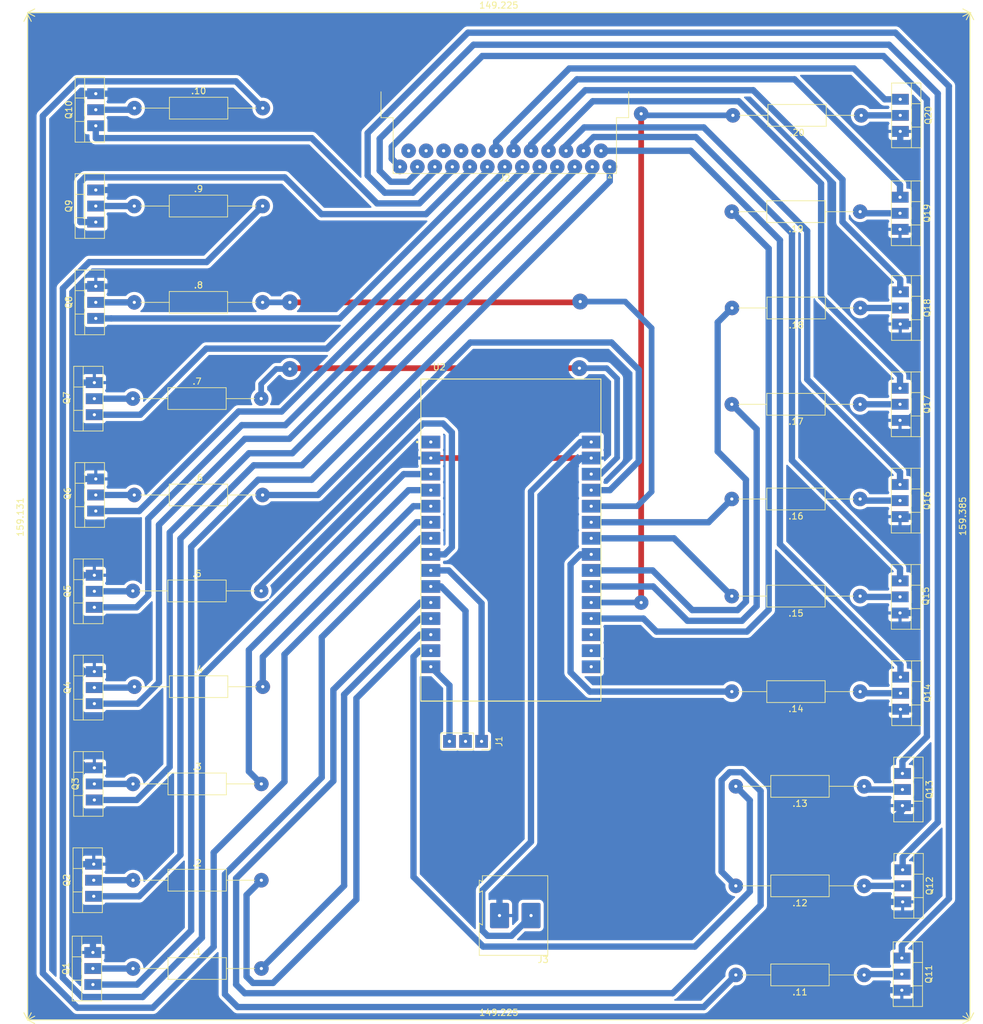
<source format=kicad_pcb>
(kicad_pcb (version 20241229) (generator "pcbnew") (generator_version "9.0")
  (layers (0 "F.Cu" signal) (2 "B.Cu" signal) (13 "F.Paste" user) (15 "B.Paste" user) (5 "F.SilkS" user "F.Silkscreen") (7 "B.SilkS" user "B.Silkscreen") (1 "F.Mask" user) (3 "B.Mask" user) (25 "Edge.Cuts" user))
  (net 0 "")
  (net 1 "Net-(U2-D4)")
  (net 2 "Net-(Q1-B)")
  (net 3 "Net-(U2-D5)")
  (net 4 "Net-(Q2-B)")
  (net 5 "Net-(Q3-B)")
  (net 6 "Net-(U2-D12)")
  (net 7 "Net-(U2-D13)")
  (net 8 "Net-(Q4-B)")
  (net 9 "Net-(U2-D14)")
  (net 10 "Net-(Q5-B)")
  (net 11 "Net-(U2-D15)")
  (net 12 "Net-(Q6-B)")
  (net 13 "Net-(Q7-B)")
  (net 14 "Net-(U2-RX2)")
  (net 15 "Net-(Q8-B)")
  (net 16 "Net-(U2-TX2)")
  (net 17 "Net-(U2-D21)")
  (net 18 "Net-(Q9-B)")
  (net 19 "Net-(U2-D22)")
  (net 20 "Net-(Q10-B)")
  (net 21 "Net-(Q11-B)")
  (net 22 "Net-(U2-D25)")
  (net 23 "Net-(U2-TX0)")
  (net 24 "Net-(Q12-B)")
  (net 25 "Net-(U2-RX0)")
  (net 26 "Net-(Q13-B)")
  (net 27 "Net-(Q14-B)")
  (net 28 "Net-(U2-D27)")
  (net 29 "Net-(Q15-B)")
  (net 30 "Net-(U2-D32)")
  (net 31 "Net-(U2-D33)")
  (net 32 "Net-(Q16-B)")
  (net 33 "Net-(U2-D34)")
  (net 34 "Net-(Q17-B)")
  (net 35 "Net-(U2-D35)")
  (net 36 "Net-(Q18-B)")
  (net 37 "Net-(Q19-B)")
  (net 38 "Net-(U2-D26)")
  (net 39 "Net-(Q20-B)")
  (net 40 "Net-(U2-D2)")
  (net 41 "Net-(J1-Pin_2)")
  (net 42 "Net-(J1-Pin_1)")
  (net 43 "Net-(J1-Pin_3)")
  (net 45 "Net-(Q7-C)")
  (net 46 "Net-(J2-P16)")
  (net 47 "Net-(Q12-C)")
  (net 49 "Net-(J2-P15)")
  (net 50 "Net-(Q5-C)")
  (net 51 "Net-(Q3-C)")
  (net 52 "Net-(J2-P18)")
  (net 53 "Net-(Q2-C)")
  (net 55 "Net-(Q9-C)")
  (net 56 "Net-(Q8-C)")
  (net 57 "Net-(J2-P14)")
  (net 58 "Net-(Q4-C)")
  (net 59 "Net-(Q1-C)")
  (net 61 "Net-(Q13-C)")
  (net 62 "Net-(Q6-C)")
  (net 63 "Net-(Q10-C)")
  (net 64 "Net-(J2-P20)")
  (net 65 "Net-(Q11-C)")
  (net 66 "Net-(J2-P19)")
  (net 67 "Net-(J2-P17)")
  (net 69 "GND")
  (net 74 "VCC")
  (footprint "Resistor_THT:R_Axial_DIN0309_L9.0mm_D3.2mm_P20.32mm_Horizontal" (layer "F.Cu") (at 198.501 142.748 180)
    (property "Reference" ".13")
    (property "Value" "1K")
  )
  (footprint "Resistor_THT:R_Axial_DIN0309_L9.0mm_D3.2mm_P20.32mm_Horizontal" (layer "F.Cu") (at 82.706 111.828)
    (property "Reference" ".5")
    (property "Value" "1K")
  )
  (footprint "Package_TO_SOT_THT:TO-220-3_Vertical" (layer "F.Cu") (at 76.383 174.117 90)
    (property "Reference" "Q1")
    (property "Value" "TIP122")
  )
  (footprint "Package_TO_SOT_THT:TO-220-3_Vertical" (layer "F.Cu") (at 76.837 68.707 90)
    (property "Reference" "Q8")
    (property "Value" "TIP122")
  )
  (footprint "Resistor_THT:R_Axial_DIN0309_L9.0mm_D3.2mm_P20.32mm_Horizontal" (layer "F.Cu") (at 82.733 142.367)
    (property "Reference" ".3")
    (property "Value" "1K")
  )
  (footprint "Package_TO_SOT_THT:TO-220-3_Vertical" (layer "F.Cu") (at 204.597 155.956 -90)
    (property "Reference" "Q12")
    (property "Value" "TIP122")
  )
  (footprint "Package_TO_SOT_THT:TO-220-3_Vertical" (layer "F.Cu") (at 204.216 34.036 -90)
    (property "Reference" "Q20")
    (property "Value" "TIP122")
  )
  (footprint "Package_TO_SOT_THT:TO-220-3_Vertical" (layer "F.Cu") (at 76.61 129.667 90)
    (property "Reference" "Q4")
    (property "Value" "TIP122")
  )
  (footprint "Resistor_THT:R_Axial_DIN0309_L9.0mm_D3.2mm_P20.32mm_Horizontal" (layer "F.Cu") (at 82.933 66.167)
    (property "Reference" ".8")
    (property "Value" "1K")
  )
  (footprint "Resistor_THT:R_Axial_DIN0309_L9.0mm_D3.2mm_P20.32mm_Horizontal" (layer "F.Cu") (at 197.866 51.816 180)
    (property "Reference" ".19")
    (property "Value" "1K")
  )
  (footprint "Package_TO_SOT_THT:TO-220-3_Vertical" (layer "F.Cu") (at 76.61 144.907 90)
    (property "Reference" "Q3")
    (property "Value" "TIP122")
  )
  (footprint "Package_TO_SOT_THT:TO-220-3_Vertical" (layer "F.Cu") (at 204.216 64.516 -90)
    (property "Reference" "Q18")
    (property "Value" "TIP122")
  )
  (footprint "Connector_PinSocket_2.54mm:PinSocket_1x03_P2.54mm_Vertical" (layer "F.Cu") (at 137.922 135.636 -90)
    (property "Reference" "J1")
    (property "Value" "Conn_01x03_Pin")
  )
  (footprint "Resistor_THT:R_Axial_DIN0309_L9.0mm_D3.2mm_P20.32mm_Horizontal" (layer "F.Cu") (at 197.866 112.649 180)
    (property "Reference" ".15")
    (property "Value" "1K")
  )
  (footprint "Resistor_THT:R_Axial_DIN0309_L9.0mm_D3.2mm_P20.32mm_Horizontal" (layer "F.Cu") (at 82.706 81.393)
    (property "Reference" ".7")
    (property "Value" "1K")
  )
  (footprint "Resistor_THT:R_Axial_DIN0309_L9.0mm_D3.2mm_P20.32mm_Horizontal" (layer "F.Cu") (at 197.866 127.762 180)
    (property "Reference" ".14")
    (property "Value" "1K")
  )
  (footprint "Resistor_THT:R_Axial_DIN0309_L9.0mm_D3.2mm_P20.32mm_Horizontal" (layer "F.Cu") (at 198.501 158.496 180)
    (property "Reference" ".12")
    (property "Value" "1K")
  )
  (footprint "Package_TO_SOT_THT:TO-220-3_Vertical" (layer "F.Cu") (at 204.563 140.716 -90)
    (property "Reference" "Q13")
    (property "Value" "TIP122")
  )
  (footprint "Package_TO_SOT_THT:TO-220-3_Vertical" (layer "F.Cu") (at 204.182 94.996 -90)
    (property "Reference" "Q16")
    (property "Value" "TIP122")
  )
  (footprint "Resistor_THT:R_Axial_DIN0309_L9.0mm_D3.2mm_P20.32mm_Horizontal" (layer "F.Cu") (at 82.733 171.577)
    (property "Reference" ".1")
    (property "Value" "1K")
  )
  (footprint "Resistor_THT:R_Axial_DIN0309_L9.0mm_D3.2mm_P20.32mm_Horizontal" (layer "F.Cu") (at 82.733 157.607)
    (property "Reference" ".2")
    (property "Value" "1K")
  )
  (footprint "Package_TO_SOT_THT:TO-220-3_Vertical" (layer "F.Cu") (at 76.837 38.227 90)
    (property "Reference" "Q10")
    (property "Value" "TIP122")
  )
  (footprint "Package_TO_SOT_THT:TO-220-3_Vertical" (layer "F.Cu") (at 76.61 114.427 90)
    (property "Reference" "Q5")
    (property "Value" "TIP122")
  )
  (footprint "Package_TO_SOT_THT:TO-220-3_Vertical" (layer "F.Cu") (at 76.512 160.147 90)
    (property "Reference" "Q2")
    (property "Value" "TIP122")
  )
  (footprint "Battery:MODULE_ESP32_DEVKIT_V1" (layer "F.Cu") (at 142.584 103.78)
    (property "Reference" "U2")
    (property "Value" "ESP32-DEVKIT-V1")
  )
  (footprint "Package_TO_SOT_THT:TO-220-3_Vertical" (layer "F.Cu") (at 76.837 53.467 90)
    (property "Reference" "Q9")
    (property "Value" "TIP122")
  )
  (footprint "Resistor_THT:R_Axial_DIN0309_L9.0mm_D3.2mm_P20.32mm_Horizontal" (layer "F.Cu") (at 197.866 82.296 180)
    (property "Reference" ".17")
    (property "Value" "1K")
  )
  (footprint "Resistor_THT:R_Axial_DIN0309_L9.0mm_D3.2mm_P20.32mm_Horizontal" (layer "F.Cu") (at 82.933 96.647)
    (property "Reference" ".6")
    (property "Value" "1K")
  )
  (footprint "Resistor_THT:R_Axial_DIN0309_L9.0mm_D3.2mm_P20.32mm_Horizontal" (layer "F.Cu") (at 198.501 172.593 180)
    (property "Reference" ".11")
    (property "Value" "1K")
  )
  (footprint "TerminalBlock:TerminalBlock_Altech_AK300-2_P5.00mm" (layer "F.Cu") (at 145.759 163.195 180)
    (property "Reference" "J3")
    (property "Value" "Screw_Terminal_01x02")
  )
  (footprint "Resistor_THT:R_Axial_DIN0309_L9.0mm_D3.2mm_P20.32mm_Horizontal" (layer "F.Cu") (at 82.96 35.433)
    (property "Reference" ".10")
    (property "Value" "1K")
  )
  (footprint "Resistor_THT:R_Axial_DIN0309_L9.0mm_D3.2mm_P20.32mm_Horizontal" (layer "F.Cu") (at 82.933 50.927)
    (property "Reference" ".9")
    (property "Value" "1K")
  )
  (footprint "Resistor_THT:R_Axial_DIN0309_L9.0mm_D3.2mm_P20.32mm_Horizontal" (layer "F.Cu") (at 198.041 36.576 180)
    (property "Reference" ".20")
    (property "Value" "1K")
  )
  (footprint "Package_TO_SOT_THT:TO-220-3_Vertical" (layer "F.Cu") (at 204.253 125.476 -90)
    (property "Reference" "Q14")
    (property "Value" "TIP122")
  )
  (footprint "Resistor_THT:R_Axial_DIN0309_L9.0mm_D3.2mm_P20.32mm_Horizontal" (layer "F.Cu") (at 82.96 126.982)
    (property "Reference" ".4")
    (property "Value" "1K")
  )
  (footprint "Resistor_THT:R_Axial_DIN0309_L9.0mm_D3.2mm_P20.32mm_Horizontal" (layer "F.Cu") (at 197.866 97.282 180)
    (property "Reference" ".16")
    (property "Value" "1K")
  )
  (footprint "Package_TO_SOT_THT:TO-220-3_Vertical" (layer "F.Cu") (at 76.61 83.947 90)
    (property "Reference" "Q7")
    (property "Value" "TIP122")
  )
  (footprint "Resistor_THT:R_Axial_DIN0309_L9.0mm_D3.2mm_P20.32mm_Horizontal" (layer "F.Cu") (at 197.9 67.056 180)
    (property "Reference" ".18")
    (property "Value" "1K")
  )
  (footprint "Package_TO_SOT_THT:TO-220-3_Vertical" (layer "F.Cu") (at 204.182 79.756 -90)
    (property "Reference" "Q17")
    (property "Value" "TIP122")
  )
  (footprint "Package_TO_SOT_THT:TO-220-3_Vertical" (layer "F.Cu") (at 76.837 99.187 90)
    (property "Reference" "Q6")
    (property "Value" "TIP122")
  )
  (footprint "Connector_Dsub:DSUB-25_Pins_Horizontal_P2.77x2.54mm_EdgePinOffset9.40mm" (layer "F.Cu") (at 158.225 44.7203 180)
    (property "Reference" "J2")
    (property "Value" "DB25_Socket")
  )
  (footprint "Package_TO_SOT_THT:TO-220-3_Vertical" (layer "F.Cu") (at 204.47 169.926 -90)
    (property "Reference" "Q11")
    (property "Value" "TIP122")
  )
  (footprint "Package_TO_SOT_THT:TO-220-3_Vertical" (layer "F.Cu") (at 204.182 110.236 -90)
    (property "Reference" "Q15")
    (property "Value" "TIP122")
  )
  (footprint "Package_TO_SOT_THT:TO-220-3_Vertical" (layer "F.Cu") (at 204.182 49.53 -90)
    (property "Reference" "Q19")
    (property "Value" "TIP122")
  )
  (dimension (type orthogonal) (layer "F.SilkS") (pts (xy 66.04 179.705) (xy 215.265 179.705)) (height 0) (orientation 0) (format (prefix "") (suffix "") (units 3) (units_format 0) (precision 4) (suppress_zeroes yes)) (style (thickness 0.15) (arrow_length 1.27) (text_position_mode 0) (arrow_direction outward) (extension_height 0.58642) (extension_offset 0.5) (keep_text_aligned yes)) (gr_text "149,225" (at 140.6525 178.555 0) (layer "F.SilkS") (effects (font (size 1 1) (thickness 0.15)))))
  (dimension (type orthogonal) (layer "F.SilkS") (pts (xy 215.265 20.32) (xy 66.04 20.066)) (height 0) (orientation 0) (format (prefix "") (suffix "") (units 3) (units_format 0) (precision 4) (suppress_zeroes yes)) (style (thickness 0.15) (arrow_length 1.27) (text_position_mode 0) (arrow_direction outward) (extension_height 0.58642) (extension_offset 0.5) (keep_text_aligned yes)) (gr_text "149,225" (at 140.6525 19.17 0) (layer "F.SilkS") (effects (font (size 1 1) (thickness 0.15)))))
  (dimension (type orthogonal) (layer "F.SilkS") (pts (xy 66.04 20.574) (xy 66.04 179.705)) (height 0) (orientation 1) (format (prefix "") (suffix "") (units 3) (units_format 0) (precision 4) (suppress_zeroes yes)) (style (thickness 0.15) (arrow_length 1.27) (text_position_mode 0) (arrow_direction outward) (extension_height 0.58642) (extension_offset 0.5) (keep_text_aligned yes)) (gr_text "159,131" (at 64.89 100.1395 90) (layer "F.SilkS") (effects (font (size 1 1) (thickness 0.15)))))
  (dimension (type orthogonal) (layer "F.SilkS") (pts (xy 215.265 179.705) (xy 215.9 20.32)) (height 0) (orientation 1) (format (prefix "") (suffix "") (units 3) (units_format 0) (precision 4) (suppress_zeroes yes)) (style (thickness 0.15) (arrow_length 1.27) (text_position_mode 0) (arrow_direction outward) (extension_height 0.58642) (extension_offset 0.5) (keep_text_aligned yes)) (gr_text "159,385" (at 214.115 100.0125 90) (layer "F.SilkS") (effects (font (size 1 1) (thickness 0.15)))))
  (segment (start 127.127 98.425) (end 129.884 98.425) (width 1) (layer "B.Cu") (net 1))
  (segment (start 103.28 122.272) (end 127.127 98.425) (width 1) (layer "B.Cu") (net 1))
  (segment (start 103.28 126.982) (end 103.28 122.272) (width 1) (layer "B.Cu") (net 1))
  (segment (start 76.383 171.577) (end 82.733 171.577) (width 1) (layer "B.Cu") (net 2))
  (segment (start 133.223 86.741) (end 131.826 85.344) (width 1) (layer "B.Cu") (net 3))
  (segment (start 133.223 104.902) (end 133.223 86.741) (width 1) (layer "B.Cu") (net 3))
  (segment (start 129.884 106.045) (end 132.08 106.045) (width 1) (layer "B.Cu") (net 3))
  (segment (start 103.026 110.9722) (end 103.026 111.828) (width 1) (layer "B.Cu") (net 3))
  (segment (start 128.6542 85.344) (end 103.026 110.9722) (width 1) (layer "B.Cu") (net 3))
  (segment (start 132.08 106.045) (end 133.223 104.902) (width 1) (layer "B.Cu") (net 3))
  (segment (start 131.826 85.344) (end 128.6542 85.344) (width 1) (layer "B.Cu") (net 3))
  (segment (start 76.512 157.607) (end 82.733 157.607) (width 1) (layer "B.Cu") (net 4))
  (segment (start 76.61 142.367) (end 82.733 142.367) (width 1) (layer "B.Cu") (net 5))
  (segment (start 158.496 72.517) (end 136.144 72.517) (width 1) (layer "B.Cu") (net 6))
  (segment (start 136.144 72.517) (end 112.014 96.647) (width 1) (layer "B.Cu") (net 6))
  (segment (start 162.814 91.313) (end 162.814 76.835) (width 1) (layer "B.Cu") (net 6))
  (segment (start 162.814 76.835) (end 158.496 72.517) (width 1) (layer "B.Cu") (net 6))
  (segment (start 112.014 96.647) (end 103.253 96.647) (width 1) (layer "B.Cu") (net 6))
  (segment (start 155.284 95.885) (end 158.242 95.885) (width 1) (layer "B.Cu") (net 6))
  (segment (start 158.242 95.885) (end 162.814 91.313) (width 1) (layer "B.Cu") (net 6))
  (segment (start 153.416 76.581) (end 107.696 76.581) (width 0.9) (layer "F.Cu") (net 7))
  (segment (start 107.696 76.581) (end 107.569 76.708) (width 0.9) (layer "F.Cu") (net 7))
  (via (at 153.416 76.581) (size 2.5) (drill 0.5) (layers "F.Cu" "B.Cu") (net 7))
  (via (at 107.569 76.708) (size 2.5) (drill 0.5) (layers "F.Cu" "B.Cu") (net 7))
  (segment (start 156.784 93.345) (end 155.284 93.345) (width 0.9) (layer "B.Cu") (net 7))
  (segment (start 103.026 79.092) (end 103.026 81.393) (width 0.9) (layer "B.Cu") (net 7))
  (segment (start 159.385 78.232) (end 159.385 90.744) (width 0.9) (layer "B.Cu") (net 7))
  (segment (start 153.416 76.581) (end 157.734 76.581) (width 0.9) (layer "B.Cu") (net 7))
  (segment (start 107.569 76.708) (end 105.41 76.708) (width 0.9) (layer "B.Cu") (net 7))
  (segment (start 157.734 76.581) (end 159.385 78.232) (width 0.9) (layer "B.Cu") (net 7))
  (segment (start 159.385 90.744) (end 156.784 93.345) (width 0.9) (layer "B.Cu") (net 7))
  (segment (start 105.41 76.708) (end 103.026 79.092) (width 0.9) (layer "B.Cu") (net 7))
  (segment (start 76.61 127.127) (end 82.815 127.127) (width 1) (layer "B.Cu") (net 8))
  (segment (start 82.815 127.127) (end 82.96 126.982) (width 1) (layer "B.Cu") (net 8))
  (segment (start 153.416 66.167) (end 153.543 66.04) (width 0.9) (layer "F.Cu") (net 9))
  (segment (start 107.569 66.167) (end 153.416 66.167) (width 0.9) (layer "F.Cu") (net 9))
  (via (at 107.569 66.167) (size 2.5) (drill 0.5) (layers "F.Cu" "B.Cu") (net 9))
  (via (at 153.543 66.04) (size 2.5) (drill 0.5) (layers "F.Cu" "B.Cu") (net 9))
  (segment (start 164.846 70.231) (end 164.846 96.139) (width 0.9) (layer "B.Cu") (net 9))
  (segment (start 164.846 96.139) (end 162.56 98.425) (width 0.9) (layer "B.Cu") (net 9))
  (segment (start 103.253 66.167) (end 107.569 66.167) (width 0.9) (layer "B.Cu") (net 9))
  (segment (start 160.655 66.04) (end 164.846 70.231) (width 0.9) (layer "B.Cu") (net 9))
  (segment (start 162.56 98.425) (end 155.284 98.425) (width 0.9) (layer "B.Cu") (net 9))
  (segment (start 153.543 66.04) (end 160.655 66.04) (width 0.9) (layer "B.Cu") (net 9))
  (segment (start 76.61 111.887) (end 82.647 111.887) (width 1) (layer "B.Cu") (net 10))
  (segment (start 82.647 111.887) (end 82.706 111.828) (width 1) (layer "B.Cu") (net 10))
  (segment (start 74.6457 176.0826) (end 71.628 173.0649) (width 1) (layer "B.Cu") (net 11))
  (segment (start 71.628 173.0649) (end 71.628 63.9569) (width 1) (layer "B.Cu") (net 11))
  (segment (start 94.3878 59.7922) (end 103.253 50.927) (width 1) (layer "B.Cu") (net 11))
  (segment (start 93.6412 166.7088) (end 84.2674 176.0826) (width 1) (layer "B.Cu") (net 11))
  (segment (start 71.628 63.9569) (end 75.7927 59.7922) (width 1) (layer "B.Cu") (net 11))
  (segment (start 93.6412 125.3068) (end 93.6412 166.7088) (width 1) (layer "B.Cu") (net 11))
  (segment (start 84.2674 176.0826) (end 74.6457 176.0826) (width 1) (layer "B.Cu") (net 11))
  (segment (start 129.884 93.345) (end 125.603 93.345) (width 1) (layer "B.Cu") (net 11))
  (segment (start 75.7927 59.7922) (end 94.3878 59.7922) (width 1) (layer "B.Cu") (net 11))
  (segment (start 125.603 93.345) (end 93.6412 125.3068) (width 1) (layer "B.Cu") (net 11))
  (segment (start 76.837 96.647) (end 82.933 96.647) (width 1) (layer "B.Cu") (net 12))
  (segment (start 82.692 81.407) (end 82.706 81.393) (width 1) (layer "B.Cu") (net 13))
  (segment (start 76.61 81.407) (end 82.692 81.407) (width 1) (layer "B.Cu") (net 13))
  (segment (start 127.635 100.965) (end 129.884 100.965) (width 1) (layer "B.Cu") (net 14))
  (segment (start 68.453 172.3102) (end 73.9256 177.7828) (width 1) (layer "B.Cu") (net 14))
  (segment (start 95.504 153.2255) (end 106.7191 142.0104) (width 1) (layer "B.Cu") (net 14))
  (segment (start 73.9256 177.7828) (end 85.8692 177.7828) (width 1) (layer "B.Cu") (net 14))
  (segment (start 106.7191 142.0104) (end 106.7191 121.8809) (width 1) (layer "B.Cu") (net 14))
  (segment (start 99.0393 31.1923) (end 73.9254 31.1923) (width 1) (layer "B.Cu") (net 14))
  (segment (start 106.7191 121.8809) (end 127.635 100.965) (width 1) (layer "B.Cu") (net 14))
  (segment (start 68.453 36.6647) (end 68.453 172.3102) (width 1) (layer "B.Cu") (net 14))
  (segment (start 103.28 35.433) (end 99.0393 31.1923) (width 1) (layer "B.Cu") (net 14))
  (segment (start 73.9254 31.1923) (end 68.453 36.6647) (width 1) (layer "B.Cu") (net 14))
  (segment (start 95.504 168.148) (end 95.504 153.2255) (width 1) (layer "B.Cu") (net 14))
  (segment (start 85.8692 177.7828) (end 95.504 168.148) (width 1) (layer "B.Cu") (net 14))
  (segment (start 76.837 66.167) (end 82.933 66.167) (width 1) (layer "B.Cu") (net 15))
  (segment (start 128.2715 103.505) (end 129.884 103.505) (width 1) (layer "B.Cu") (net 16))
  (segment (start 97.282 156.6722) (end 112.616 141.3382) (width 1) (layer "B.Cu") (net 16))
  (segment (start 112.616 119.1605) (end 128.2715 103.505) (width 1) (layer "B.Cu") (net 16))
  (segment (start 112.616 141.3382) (end 112.616 119.1605) (width 1) (layer "B.Cu") (net 16))
  (segment (start 99.314 177.673) (end 97.282 175.641) (width 1) (layer "B.Cu") (net 16))
  (segment (start 97.282 175.641) (end 97.282 156.6722) (width 1) (layer "B.Cu") (net 16))
  (segment (start 178.181 172.593) (end 173.101 177.673) (width 1) (layer "B.Cu") (net 16))
  (segment (start 173.101 177.673) (end 99.314 177.673) (width 1) (layer "B.Cu") (net 16))
  (segment (start 114.4593 141.8992) (end 114.4593 127.456) (width 1) (layer "B.Cu") (net 17))
  (segment (start 100.4293 175.4863) (end 99.06 174.117) (width 1) (layer "B.Cu") (net 17))
  (segment (start 128.2503 113.665) (end 129.884 113.665) (width 1) (layer "B.Cu") (net 17))
  (segment (start 175.9293 156.2443) (end 175.9293 141.7869) (width 1) (layer "B.Cu") (net 17))
  (segment (start 177.1966 140.5196) (end 179.1315 140.5196) (width 1) (layer "B.Cu") (net 17))
  (segment (start 182.1138 143.5019) (end 182.1138 161.5482) (width 1) (layer "B.Cu") (net 17))
  (segment (start 168.1757 175.4863) (end 100.4293 175.4863) (width 1) (layer "B.Cu") (net 17))
  (segment (start 99.06 157.2985) (end 114.4593 141.8992) (width 1) (layer "B.Cu") (net 17))
  (segment (start 175.9293 141.7869) (end 177.1966 140.5196) (width 1) (layer "B.Cu") (net 17))
  (segment (start 114.4593 127.456) (end 128.2503 113.665) (width 1) (layer "B.Cu") (net 17))
  (segment (start 179.1315 140.5196) (end 182.1138 143.5019) (width 1) (layer "B.Cu") (net 17))
  (segment (start 178.181 158.496) (end 175.9293 156.2443) (width 1) (layer "B.Cu") (net 17))
  (segment (start 182.1138 161.5482) (end 168.1757 175.4863) (width 1) (layer "B.Cu") (net 17))
  (segment (start 99.06 174.117) (end 99.06 157.2985) (width 1) (layer "B.Cu") (net 17))
  (segment (start 76.837 50.927) (end 82.933 50.927) (width 1) (layer "B.Cu") (net 18))
  (segment (start 180.394 159.404) (end 171.689 168.109) (width 1) (layer "B.Cu") (net 19))
  (segment (start 171.689 168.109) (end 138.179 168.109) (width 1) (layer "B.Cu") (net 19))
  (segment (start 178.181 142.748) (end 180.394 144.961) (width 1) (layer "B.Cu") (net 19))
  (segment (start 128.1061 121.285) (end 129.884 121.285) (width 1) (layer "B.Cu") (net 19))
  (segment (start 127.1416 122.2495) (end 128.1061 121.285) (width 1) (layer "B.Cu") (net 19))
  (segment (start 138.179 168.109) (end 127.1416 157.0716) (width 1) (layer "B.Cu") (net 19))
  (segment (start 127.1416 157.0716) (end 127.1416 122.2495) (width 1) (layer "B.Cu") (net 19))
  (segment (start 180.394 144.961) (end 180.394 159.404) (width 1) (layer "B.Cu") (net 19))
  (segment (start 76.837 35.687) (end 82.706 35.687) (width 1) (layer "B.Cu") (net 20))
  (segment (start 82.706 35.687) (end 82.96 35.433) (width 1) (layer "B.Cu") (net 20))
  (segment (start 198.628 172.466) (end 198.501 172.593) (width 1) (layer "B.Cu") (net 21))
  (segment (start 204.47 172.466) (end 198.628 172.466) (width 1) (layer "B.Cu") (net 21))
  (segment (start 152.019 107.6222) (end 152.019 124.712) (width 1) (layer "B.Cu") (net 22))
  (segment (start 155.284 106.045) (end 153.5962 106.045) (width 1) (layer "B.Cu") (net 22))
  (segment (start 153.5962 106.045) (end 152.019 107.6222) (width 1) (layer "B.Cu") (net 22))
  (segment (start 152.019 124.712) (end 155.069 127.762) (width 1) (layer "B.Cu") (net 22))
  (segment (start 155.069 127.762) (end 177.546 127.762) (width 1) (layer "B.Cu") (net 22))
  (segment (start 129.884 118.745) (end 128.1747 118.745) (width 1) (layer "B.Cu") (net 23))
  (segment (start 100.711 172.847) (end 100.711 159.949) (width 1) (layer "B.Cu") (net 23))
  (segment (start 101.727 173.863) (end 100.711 172.847) (width 1) (layer "B.Cu") (net 23))
  (segment (start 118.1017 128.818) (end 118.1017 160.6633) (width 1) (layer "B.Cu") (net 23))
  (segment (start 128.1747 118.745) (end 118.1017 128.818) (width 1) (layer "B.Cu") (net 23))
  (segment (start 100.711 159.949) (end 103.053 157.607) (width 1) (layer "B.Cu") (net 23))
  (segment (start 118.1017 160.6633) (end 104.902 173.863) (width 1) (layer "B.Cu") (net 23))
  (segment (start 104.902 173.863) (end 101.727 173.863) (width 1) (layer "B.Cu") (net 23))
  (segment (start 204.597 158.496) (end 198.501 158.496) (width 1) (layer "B.Cu") (net 24))
  (segment (start 128.1962 116.205) (end 129.884 116.205) (width 1) (layer "B.Cu") (net 25))
  (segment (start 116.1594 128.2418) (end 128.1962 116.205) (width 1) (layer "B.Cu") (net 25))
  (segment (start 103.053 171.577) (end 116.1594 158.4706) (width 1) (layer "B.Cu") (net 25))
  (segment (start 116.1594 158.4706) (end 116.1594 128.2418) (width 1) (layer "B.Cu") (net 25))
  (segment (start 199.009 143.256) (end 198.501 142.748) (width 1) (layer "B.Cu") (net 26))
  (segment (start 204.563 143.256) (end 199.009 143.256) (width 1) (layer "B.Cu") (net 26))
  (segment (start 204.253 128.016) (end 198.12 128.016) (width 1) (layer "B.Cu") (net 27))
  (segment (start 198.12 128.016) (end 197.866 127.762) (width 1) (layer "B.Cu") (net 27))
  (segment (start 155.284 100.965) (end 173.863 100.965) (width 1) (layer "B.Cu") (net 28))
  (segment (start 173.863 100.965) (end 177.546 97.282) (width 1) (layer "B.Cu") (net 28))
  (segment (start 204.182 112.776) (end 197.993 112.776) (width 1) (layer "B.Cu") (net 29))
  (segment (start 197.993 112.776) (end 197.866 112.649) (width 1) (layer "B.Cu") (net 29))
  (segment (start 177.546 82.296) (end 181.4833 86.2333) (width 1) (layer "B.Cu") (net 30))
  (segment (start 179.1569 116.5569) (end 170.5322 116.5569) (width 1) (layer "B.Cu") (net 30))
  (segment (start 170.5322 116.5569) (end 165.1003 111.125) (width 1) (layer "B.Cu") (net 30))
  (segment (start 181.4833 86.2333) (end 181.4833 114.2305) (width 1) (layer "B.Cu") (net 30))
  (segment (start 165.1003 111.125) (end 155.284 111.125) (width 1) (layer "B.Cu") (net 30))
  (segment (start 181.4833 114.2305) (end 179.1569 116.5569) (width 1) (layer "B.Cu") (net 30))
  (segment (start 175.3117 89.7549) (end 175.3117 69.3243) (width 1) (layer "B.Cu") (net 31))
  (segment (start 155.284 108.585) (end 165.0041 108.585) (width 1) (layer "B.Cu") (net 31))
  (segment (start 179.7832 94.2264) (end 175.3117 89.7549) (width 1) (layer "B.Cu") (net 31))
  (segment (start 165.0041 108.585) (end 171.2759 114.8568) (width 1) (layer "B.Cu") (net 31))
  (segment (start 171.2759 114.8568) (end 178.4527 114.8568) (width 1) (layer "B.Cu") (net 31))
  (segment (start 179.7832 113.5263) (end 179.7832 94.2264) (width 1) (layer "B.Cu") (net 31))
  (segment (start 178.4527 114.8568) (end 179.7832 113.5263) (width 1) (layer "B.Cu") (net 31))
  (segment (start 175.3117 69.3243) (end 177.58 67.056) (width 1) (layer "B.Cu") (net 31))
  (segment (start 198.12 97.536) (end 197.866 97.282) (width 1) (layer "B.Cu") (net 32))
  (segment (start 204.182 97.536) (end 198.12 97.536) (width 1) (layer "B.Cu") (net 32))
  (segment (start 163.5589 116.205) (end 165.6138 118.2599) (width 1) (layer "B.Cu") (net 33))
  (segment (start 183.388 114.8177) (end 183.388 57.658) (width 1) (layer "B.Cu") (net 33))
  (segment (start 179.9458 118.2599) (end 183.388 114.8177) (width 1) (layer "B.Cu") (net 33))
  (segment (start 183.388 57.658) (end 177.546 51.816) (width 1) (layer "B.Cu") (net 33))
  (segment (start 155.284 116.205) (end 163.5589 116.205) (width 1) (layer "B.Cu") (net 33))
  (segment (start 165.6138 118.2599) (end 179.9458 118.2599) (width 1) (layer "B.Cu") (net 33))
  (segment (start 204.182 82.296) (end 197.866 82.296) (width 1) (layer "B.Cu") (net 34))
  (segment (start 163.195 113.665) (end 163.195 36.322) (width 0.9) (layer "F.Cu") (net 35))
  (via (at 163.195 113.665) (size 2.3) (drill 0.5) (layers "F.Cu" "B.Cu") (net 35))
  (via (at 163.195 36.322) (size 2.3) (drill 0.5) (layers "F.Cu" "B.Cu") (net 35))
  (segment (start 163.195 36.322) (end 163.449 36.576) (width 0.9) (layer "B.Cu") (net 35))
  (segment (start 163.449 36.576) (end 177.721 36.576) (width 0.9) (layer "B.Cu") (net 35))
  (segment (start 155.284 113.665) (end 163.195 113.665) (width 0.9) (layer "B.Cu") (net 35))
  (segment (start 204.216 67.056) (end 197.9 67.056) (width 1) (layer "B.Cu") (net 36))
  (segment (start 198.12 52.07) (end 197.866 51.816) (width 1) (layer "B.Cu") (net 37))
  (segment (start 204.182 52.07) (end 198.12 52.07) (width 1) (layer "B.Cu") (net 37))
  (segment (start 168.402 103.505) (end 155.284 103.505) (width 1) (layer "B.Cu") (net 38))
  (segment (start 177.546 112.649) (end 168.402 103.505) (width 1) (layer "B.Cu") (net 38))
  (segment (start 204.216 36.576) (end 198.041 36.576) (width 1) (layer "B.Cu") (net 39))
  (segment (start 101.071 121.179) (end 126.365 95.885) (width 1) (layer "B.Cu") (net 40))
  (segment (start 126.365 95.885) (end 129.884 95.885) (width 1) (layer "B.Cu") (net 40))
  (segment (start 103.053 142.367) (end 101.071 140.385) (width 1) (layer "B.Cu") (net 40))
  (segment (start 101.071 140.385) (end 101.071 121.179) (width 1) (layer "B.Cu") (net 40))
  (segment (start 135.382 135.636) (end 135.382 114.9928) (width 1) (layer "B.Cu") (net 41))
  (segment (start 135.382 114.9928) (end 131.5142 111.125) (width 1) (layer "B.Cu") (net 41))
  (segment (start 131.5142 111.125) (end 129.884 111.125) (width 1) (layer "B.Cu") (net 41))
  (segment (start 137.922 113.792) (end 137.922 135.636) (width 1) (layer "B.Cu") (net 42))
  (segment (start 132.715 108.585) (end 137.922 113.792) (width 1) (layer "B.Cu") (net 42))
  (segment (start 129.884 108.585) (end 132.715 108.585) (width 1) (layer "B.Cu") (net 42))
  (segment (start 132.842 126.783) (end 129.884 123.825) (width 1) (layer "B.Cu") (net 43))
  (segment (start 132.842 135.636) (end 132.842 126.783) (width 1) (layer "B.Cu") (net 43))
  (segment (start 141.605 45.3245) (end 141.605 44.7203) (width 1) (layer "B.Cu") (net 45))
  (segment (start 83.8688 83.947) (end 94.3273 73.4885) (width 1) (layer "B.Cu") (net 45))
  (segment (start 94.3273 73.4885) (end 113.441 73.4885) (width 1) (layer "B.Cu") (net 45))
  (segment (start 76.61 83.947) (end 83.8688 83.947) (width 1) (layer "B.Cu") (net 45))
  (segment (start 113.441 73.4885) (end 141.605 45.3245) (width 1) (layer "B.Cu") (net 45))
  (segment (start 154.178 38.481) (end 151.3 41.359) (width 1) (layer "B.Cu") (net 46))
  (segment (start 189.484 78.3479) (end 189.484 54.864) (width 1) (layer "B.Cu") (net 46))
  (segment (start 189.484 54.864) (end 173.101 38.481) (width 1) (layer "B.Cu") (net 46))
  (segment (start 204.182 94.996) (end 204.182 93.0459) (width 1) (layer "B.Cu") (net 46))
  (segment (start 173.101 38.481) (end 154.178 38.481) (width 1) (layer "B.Cu") (net 46))
  (segment (start 204.182 93.0459) (end 189.484 78.3479) (width 1) (layer "B.Cu") (net 46))
  (segment (start 151.3 41.359) (end 151.3 42.1803) (width 1) (layer "B.Cu") (net 46))
  (segment (start 121.793 45.339) (end 123.5396 47.0856) (width 1) (layer "B.Cu") (net 47))
  (segment (start 123.5396 47.0856) (end 126.2694 47.0856) (width 1) (layer "B.Cu") (net 47))
  (segment (start 127.755 45.6) (end 127.755 44.7203) (width 1) (layer "B.Cu") (net 47))
  (segment (start 136.652 25.4) (end 121.793 40.259) (width 1) (layer "B.Cu") (net 47))
  (segment (start 204.597 154.0059) (end 210.1602 148.4427) (width 1) (layer "B.Cu") (net 47))
  (segment (start 126.2694 47.0856) (end 127.755 45.6) (width 1) (layer "B.Cu") (net 47))
  (segment (start 210.1602 148.4427) (end 210.1602 33.1222) (width 1) (layer "B.Cu") (net 47))
  (segment (start 121.793 40.259) (end 121.793 45.339) (width 1) (layer "B.Cu") (net 47))
  (segment (start 204.597 155.956) (end 204.597 154.0059) (width 1) (layer "B.Cu") (net 47))
  (segment (start 202.438 25.4) (end 136.652 25.4) (width 1) (layer "B.Cu") (net 47))
  (segment (start 210.1602 33.1222) (end 202.438 25.4) (width 1) (layer "B.Cu") (net 47))
  (segment (start 171.831 40.005) (end 155.6762 40.005) (width 1) (layer "B.Cu") (net 49))
  (segment (start 187.071 91.1749) (end 187.071 55.245) (width 1) (layer "B.Cu") (net 49))
  (segment (start 155.6762 40.005) (end 154.07 41.6112) (width 1) (layer "B.Cu") (net 49))
  (segment (start 187.071 55.245) (end 171.831 40.005) (width 1) (layer "B.Cu") (net 49))
  (segment (start 204.182 108.2859) (end 187.071 91.1749) (width 1) (layer "B.Cu") (net 49))
  (segment (start 204.182 110.236) (end 204.182 108.2859) (width 1) (layer "B.Cu") (net 49))
  (segment (start 154.07 41.6112) (end 154.07 42.1803) (width 1) (layer "B.Cu") (net 49))
  (segment (start 99.949 85.598) (end 85.1406 100.4064) (width 1) (layer "B.Cu") (net 50))
  (segment (start 85.1406 100.4064) (end 85.1406 112.5659) (width 1) (layer "B.Cu") (net 50))
  (segment (start 147.145 45.2952) (end 106.8422 85.598) (width 1) (layer "B.Cu") (net 50))
  (segment (start 147.145 44.7203) (end 147.145 45.2952) (width 1) (layer "B.Cu") (net 50))
  (segment (start 83.2795 114.427) (end 76.61 114.427) (width 1) (layer "B.Cu") (net 50))
  (segment (start 106.8422 85.598) (end 99.949 85.598) (width 1) (layer "B.Cu") (net 50))
  (segment (start 85.1406 112.5659) (end 83.2795 114.427) (width 1) (layer "B.Cu") (net 50))
  (segment (start 83.3121 144.907) (end 76.61 144.907) (width 1) (layer "B.Cu") (net 51))
  (segment (start 107.956 90.043) (end 101.092 90.043) (width 1) (layer "B.Cu") (net 51))
  (segment (start 101.092 90.043) (end 88.5408 102.5942) (width 1) (layer "B.Cu") (net 51))
  (segment (start 88.5408 139.6783) (end 83.3121 144.907) (width 1) (layer "B.Cu") (net 51))
  (segment (start 152.685 44.7203) (end 152.685 45.314) (width 1) (layer "B.Cu") (net 51))
  (segment (start 88.5408 102.5942) (end 88.5408 139.6783) (width 1) (layer "B.Cu") (net 51))
  (segment (start 152.685 45.314) (end 107.956 90.043) (width 1) (layer "B.Cu") (net 51))
  (segment (start 204.216 62.5659) (end 195.072 53.4219) (width 1) (layer "B.Cu") (net 52))
  (segment (start 180.9359 32.5999) (end 154.3441 32.5999) (width 1) (layer "B.Cu") (net 52))
  (segment (start 195.072 46.736) (end 180.9359 32.5999) (width 1) (layer "B.Cu") (net 52))
  (segment (start 145.76 41.184) (end 145.76 42.1803) (width 1) (layer "B.Cu") (net 52))
  (segment (start 204.216 64.516) (end 204.216 62.5659) (width 1) (layer "B.Cu") (net 52))
  (segment (start 154.3441 32.5999) (end 145.76 41.184) (width 1) (layer "B.Cu") (net 52))
  (segment (start 195.072 53.4219) (end 195.072 46.736) (width 1) (layer "B.Cu") (net 52))
  (segment (start 101.854 91.948) (end 90.2409 103.5611) (width 1) (layer "B.Cu") (net 53))
  (segment (start 155.455 45.967) (end 109.474 91.948) (width 1) (layer "B.Cu") (net 53))
  (segment (start 83.693 160.147) (end 76.512 160.147) (width 1) (layer "B.Cu") (net 53))
  (segment (start 109.474 91.948) (end 101.854 91.948) (width 1) (layer "B.Cu") (net 53))
  (segment (start 90.2409 103.5611) (end 90.2409 153.5991) (width 1) (layer "B.Cu") (net 53))
  (segment (start 155.455 44.7203) (end 155.455 45.967) (width 1) (layer "B.Cu") (net 53))
  (segment (start 90.2409 153.5991) (end 83.693 160.147) (width 1) (layer "B.Cu") (net 53))
  (segment (start 136.065 45.2739) (end 136.065 44.7203) (width 1) (layer "B.Cu") (net 55))
  (segment (start 112.5726 52.2099) (end 129.129 52.2099) (width 1) (layer "B.Cu") (net 55))
  (segment (start 74.3869 53.467) (end 74.3869 47.1398) (width 1) (layer "B.Cu") (net 55))
  (segment (start 129.129 52.2099) (end 136.065 45.2739) (width 1) (layer "B.Cu") (net 55))
  (segment (start 106.75 46.3873) (end 112.5726 52.2099) (width 1) (layer "B.Cu") (net 55))
  (segment (start 76.837 53.467) (end 74.3869 53.467) (width 1) (layer "B.Cu") (net 55))
  (segment (start 74.3869 47.1398) (end 75.1394 46.3873) (width 1) (layer "B.Cu") (net 55))
  (segment (start 75.1394 46.3873) (end 106.75 46.3873) (width 1) (layer "B.Cu") (net 55))
  (segment (start 115.4479 68.707) (end 138.835 45.3199) (width 1) (layer "B.Cu") (net 56))
  (segment (start 79.2871 68.707) (end 115.4479 68.707) (width 1) (layer "B.Cu") (net 56))
  (segment (start 76.837 68.707) (end 79.2871 68.707) (width 1) (layer "B.Cu") (net 56))
  (segment (start 138.835 45.3199) (end 138.835 44.7203) (width 1) (layer "B.Cu") (net 56))
  (segment (start 185.166 104.4389) (end 204.253 123.5259) (width 1) (layer "B.Cu") (net 57))
  (segment (start 171.0298 42.1803) (end 185.166 56.3165) (width 1) (layer "B.Cu") (net 57))
  (segment (start 185.166 56.3165) (end 185.166 104.4389) (width 1) (layer "B.Cu") (net 57))
  (segment (start 156.84 42.1803) (end 171.0298 42.1803) (width 1) (layer "B.Cu") (net 57))
  (segment (start 204.253 123.5259) (end 204.253 125.476) (width 1) (layer "B.Cu") (net 57))
  (segment (start 149.915 44.7203) (end 149.915 45.3272) (width 1) (layer "B.Cu") (net 58))
  (segment (start 86.8407 101.3733) (end 86.8407 126.2999) (width 1) (layer "B.Cu") (net 58))
  (segment (start 83.4736 129.667) (end 76.61 129.667) (width 1) (layer "B.Cu") (net 58))
  (segment (start 149.915 45.3272) (end 107.4852 87.757) (width 1) (layer "B.Cu") (net 58))
  (segment (start 100.457 87.757) (end 86.8407 101.3733) (width 1) (layer "B.Cu") (net 58))
  (segment (start 86.8407 126.2999) (end 83.4736 129.667) (width 1) (layer "B.Cu") (net 58))
  (segment (start 107.4852 87.757) (end 100.457 87.757) (width 1) (layer "B.Cu") (net 58))
  (segment (start 91.941 165.5485) (end 83.3725 174.117) (width 1) (layer "B.Cu") (net 59))
  (segment (start 110.998 94.234) (end 102.5526 94.234) (width 1) (layer "B.Cu") (net 59))
  (segment (start 91.941 104.8456) (end 91.941 165.5485) (width 1) (layer "B.Cu") (net 59))
  (segment (start 158.225 44.7203) (end 158.225 47.007) (width 1) (layer "B.Cu") (net 59))
  (segment (start 158.225 47.007) (end 110.998 94.234) (width 1) (layer "B.Cu") (net 59))
  (segment (start 83.3725 174.117) (end 76.383 174.117) (width 1) (layer "B.Cu") (net 59))
  (segment (start 102.5526 94.234) (end 91.941 104.8456) (width 1) (layer "B.Cu") (net 59))
  (segment (start 204.563 140.716) (end 204.563 138.7659) (width 1) (layer "B.Cu") (net 61))
  (segment (start 204.563 138.7659) (end 208.4389 134.89) (width 1) (layer "B.Cu") (net 61))
  (segment (start 201.549 27.178) (end 138.0451 27.178) (width 1) (layer "B.Cu") (net 61))
  (segment (start 123.698 41.5251) (end 123.698 43.4333) (width 1) (layer "B.Cu") (net 61))
  (segment (start 138.0451 27.178) (end 123.698 41.5251) (width 1) (layer "B.Cu") (net 61))
  (segment (start 123.698 43.4333) (end 124.985 44.7203) (width 1) (layer "B.Cu") (net 61))
  (segment (start 208.4389 134.89) (end 208.4389 34.0679) (width 1) (layer "B.Cu") (net 61))
  (segment (start 208.4389 34.0679) (end 201.549 27.178) (width 1) (layer "B.Cu") (net 61))
  (segment (start 99.441 83.439) (end 83.693 99.187) (width 1) (layer "B.Cu") (net 62))
  (segment (start 106.2488 83.439) (end 99.441 83.439) (width 1) (layer "B.Cu") (net 62))
  (segment (start 83.693 99.187) (end 76.837 99.187) (width 1) (layer "B.Cu") (net 62))
  (segment (start 144.375 44.7203) (end 144.375 45.3128) (width 1) (layer "B.Cu") (net 62))
  (segment (start 144.375 45.3128) (end 106.2488 83.439) (width 1) (layer "B.Cu") (net 62))
  (segment (start 128.0722 50.5098) (end 133.295 45.287) (width 1) (layer "B.Cu") (net 63))
  (segment (start 133.295 45.287) (end 133.295 44.7203) (width 1) (layer "B.Cu") (net 63))
  (segment (start 76.837 38.227) (end 76.837 40.1771) (width 1) (layer "B.Cu") (net 63))
  (segment (start 76.837 40.1771) (end 111.0446 40.1771) (width 1) (layer "B.Cu") (net 63))
  (segment (start 121.3773 50.5098) (end 128.0722 50.5098) (width 1) (layer "B.Cu") (net 63))
  (segment (start 111.0446 40.1771) (end 121.3773 50.5098) (width 1) (layer "B.Cu") (net 63))
  (segment (start 201.7659 34.036) (end 196.8871 29.1572) (width 1) (layer "B.Cu") (net 64))
  (segment (start 204.216 34.036) (end 201.7659 34.036) (width 1) (layer "B.Cu") (net 64))
  (segment (start 196.8871 29.1572) (end 151.8178 29.1572) (width 1) (layer "B.Cu") (net 64))
  (segment (start 140.22 40.755) (end 140.22 42.1803) (width 1) (layer "B.Cu") (net 64))
  (segment (start 151.8178 29.1572) (end 140.22 40.755) (width 1) (layer "B.Cu") (net 64))
  (segment (start 127.0552 48.8097) (end 130.525 45.3399) (width 1) (layer "B.Cu") (net 65))
  (segment (start 203.454 23.495) (end 135.763 23.495) (width 1) (layer "B.Cu") (net 65))
  (segment (start 119.888 46.101) (end 122.5967 48.8097) (width 1) (layer "B.Cu") (net 65))
  (segment (start 211.9169 31.9579) (end 203.454 23.495) (width 1) (layer "B.Cu") (net 65))
  (segment (start 122.5967 48.8097) (end 127.0552 48.8097) (width 1) (layer "B.Cu") (net 65))
  (segment (start 135.763 23.495) (end 119.888 39.37) (width 1) (layer "B.Cu") (net 65))
  (segment (start 130.525 45.3399) (end 130.525 44.7203) (width 1) (layer "B.Cu") (net 65))
  (segment (start 119.888 39.37) (end 119.888 46.101) (width 1) (layer "B.Cu") (net 65))
  (segment (start 204.47 167.9759) (end 211.9169 160.529) (width 1) (layer "B.Cu") (net 65))
  (segment (start 204.47 169.926) (end 204.47 167.9759) (width 1) (layer "B.Cu") (net 65))
  (segment (start 211.9169 160.529) (end 211.9169 31.9579) (width 1) (layer "B.Cu") (net 65))
  (segment (start 187.4726 30.8705) (end 153.0255 30.8705) (width 1) (layer "B.Cu") (net 66))
  (segment (start 204.182 47.5799) (end 187.4726 30.8705) (width 1) (layer "B.Cu") (net 66))
  (segment (start 204.182 49.53) (end 204.182 47.5799) (width 1) (layer "B.Cu") (net 66))
  (segment (start 142.99 40.906) (end 142.99 42.1803) (width 1) (layer "B.Cu") (net 66))
  (segment (start 153.0255 30.8705) (end 142.99 40.906) (width 1) (layer "B.Cu") (net 66))
  (segment (start 148.53 41.335) (end 148.53 42.1803) (width 1) (layer "B.Cu") (net 67))
  (segment (start 191.6852 65.3091) (end 191.6852 47.3991) (width 1) (layer "B.Cu") (net 67))
  (segment (start 155.523 34.342) (end 148.53 41.335) (width 1) (layer "B.Cu") (net 67))
  (segment (start 204.182 79.756) (end 204.182 77.8059) (width 1) (layer "B.Cu") (net 67))
  (segment (start 191.6852 47.3991) (end 178.6281 34.342) (width 1) (layer "B.Cu") (net 67))
  (segment (start 178.6281 34.342) (end 155.523 34.342) (width 1) (layer "B.Cu") (net 67))
  (segment (start 204.182 77.8059) (end 191.6852 65.3091) (width 1) (layer "B.Cu") (net 67))
  (segment (start 155.284 90.805) (end 129.884 90.805) (width 0.9) (layer "F.Cu") (net 69))
  (segment (start 206.6322 69.596) (end 206.6661 69.596) (width 1) (layer "B.Cu") (net 69))
  (segment (start 204.182 100.076) (end 206.2071 100.076) (width 1) (layer "B.Cu") (net 69))
  (segment (start 196.2763 147.6961) (end 192.3072 143.7269) (width 1) (layer "B.Cu") (net 69))
  (segment (start 74.3869 108.8796) (end 74.8543 109.347) (width 1) (layer "B.Cu") (net 69))
  (segment (start 74.1598 123.7878) (end 74.959 124.587) (width 1) (layer "B.Cu") (net 69))
  (segment (start 72.6595 54.1849) (end 72.6595 34.8744) (width 1) (layer "B.Cu") (net 69))
  (segment (start 74.3869 94.7301) (end 74.3869 108.8796) (width 1) (layer "B.Cu") (net 69))
  (segment (start 72.6595 34.8744) (end 74.3869 33.147) (width 1) (layer "B.Cu") (net 69))
  (segment (start 213.868 168.0581) (end 213.868 30.988) (width 1) (layer "B.Cu") (net 69))
  (segment (start 204.47 21.59) (end 124.478 21.59) (width 1) (layer "B.Cu") (net 69))
  (segment (start 213.868 30.988) (end 204.47 21.59) (width 1) (layer "B.Cu") (net 69))
  (segment (start 74.1598 110.0415) (end 74.1598 123.7878) (width 1) (layer "B.Cu") (net 69))
  (segment (start 74.8543 109.347) (end 74.1598 110.0415) (width 1) (layer "B.Cu") (net 69))
  (segment (start 204.563 146.465) (end 203.3319 147.6961) (width 1) (layer "B.Cu") (net 69))
  (segment (start 206.9201 175.006) (end 213.868 168.0581) (width 1) (layer "B.Cu") (net 69))
  (segment (start 99.5261 37.6989) (end 94.9742 33.147) (width 1) (layer "B.Cu") (net 69))
  (segment (start 200.0049 163.178) (end 196.2748 166.9081) (width 1) (layer "B.Cu") (net 69))
  (segment (start 204.182 84.836) (end 205.4071 84.836) (width 1) (layer "B.Cu") (net 69))
  (segment (start 204.182 54.61) (end 206.2241 54.61) (width 1) (layer "B.Cu") (net 69))
  (segment (start 85.1661 49.9991) (end 85.1661 51.8915) (width 1) (layer "B.Cu") (net 69))
  (segment (start 75.01 94.107) (end 74.3869 94.7301) (width 1) (layer "B.Cu") (net 69))
  (segment (start 206.7254 55.1113) (end 206.7254 69.5028) (width 1) (layer "B.Cu") (net 69))
  (segment (start 77.47 55.4332) (end 93.9188 55.4332) (width 0.9) (layer "B.Cu") (net 69))
  (segment (start 75.612 33.147) (end 76.837 33.147) (width 1) (layer "B.Cu") (net 69))
  (segment (start 206.6321 114.9265) (end 206.2426 115.316) (width 1) (layer "B.Cu") (net 69))
  (segment (start 80.264 63.246) (end 79.883 63.627) (width 0.9) (layer "B.Cu") (net 69))
  (segment (start 106.807 55.753) (end 99.314 63.246) (width 0.9) (layer "B.Cu") (net 69))
  (segment (start 76.037 63.627) (end 74.3869 63.627) (width 1) (layer "B.Cu") (net 69))
  (segment (start 74.3869 93.4839) (end 75.01 94.107) (width 0.9) (layer "B.Cu") (net 69))
  (segment (start 148.082 96.3909) (end 148.082 136.021) (width 1) (layer "B.Cu") (net 69))
  (segment (start 83.554 48.387) (end 85.1661 49.9991) (width 1) (layer "B.Cu") (net 69))
  (segment (start 206.7031 130.556) (end 206.7031 115.7765) (width 1) (layer "B.Cu") (net 69))
  (segment (start 79.883 63.627) (end 76.837 63.627) (width 0.9) (layer "B.Cu") (net 69))
  (segment (start 100.584 48.768) (end 105.41 48.768) (width 0.9) (layer "B.Cu") (net 69))
  (segment (start 206.7254 69.5028) (end 206.6322 69.596) (width 1) (layer "B.Cu") (net 69))
  (segment (start 85.1661 51.8915) (end 81.6244 55.4332) (width 1) (layer "B.Cu") (net 69))
  (segment (start 197.7793 175.006) (end 204.47 175.006) (width 1) (layer "B.Cu") (net 69))
  (segment (start 206.6321 99.651) (end 206.2071 100.076) (width 1) (layer "B.Cu") (net 69))
  (segment (start 124.478 21.59) (end 108.3691 37.6989) (width 1) (layer "B.Cu") (net 69))
  (segment (start 192.3072 137.7658) (end 192.3072 143.7269) (width 1) (layer "B.Cu") (net 69))
  (segment (start 140.759 163.195) (end 140.759 160.3246) (width 1) (layer "B.Cu") (net 69))
  (segment (start 187.3505 138.7703) (end 192.3072 143.7269) (width 1) (layer "B.Cu") (net 69))
  (segment (start 74.1598 138.6697) (end 75.3171 139.827) (width 1) (layer "B.Cu") (net 69))
  (segment (start 75.612 33.147) (end 74.3869 33.147) (width 1) (layer "B.Cu") (net 69))
  (segment (start 76.037 63.627) (end 76.837 63.627) (width 1) (layer "B.Cu") (net 69))
  (segment (start 150.8313 138.7703) (end 187.3505 138.7703) (width 1) (layer "B.Cu") (net 69))
  (segment (start 76.757 94.107) (end 75.01 94.107) (width 1) (layer "B.Cu") (net 69))
  (segment (start 76.61 124.587) (end 74.959 124.587) (width 1) (layer "B.Cu") (net 69))
  (segment (start 74.0619 141.0822) (end 74.0619 155.067) (width 1) (layer "B.Cu") (net 69))
  (segment (start 196.2763 147.6961) (end 196.2763 159.4494) (width 1) (layer "B.Cu") (net 69))
  (segment (start 74.3869 78.5554) (end 74.3869 93.4839) (width 0.9) (layer "B.Cu") (net 69))
  (segment (start 105.41 48.768) (end 106.807 50.165) (width 0.9) (layer "B.Cu") (net 69))
  (segment (start 76.837 48.387) (end 83.554 48.387) (width 1) (layer "B.Cu") (net 69))
  (segment (start 206.6321 100.501) (end 206.6321 114.9265) (width 1) (layer "B.Cu") (net 69))
  (segment (start 74.3869 63.627) (end 74.3869 78.5554) (width 1) (layer "B.Cu") (net 69))
  (segment (start 199.517 130.556) (end 192.3072 137.7658) (width 1) (layer "B.Cu") (net 69))
  (segment (start 205.4071 84.836) (end 206.6321 86.061) (width 1) (layer "B.Cu") (net 69))
  (segment (start 148.082 136.021) (end 150.8313 138.7703) (width 1) (layer "B.Cu") (net 69))
  (segment (start 76.383 169.037) (end 76.383 167.0869) (width 1) (layer "B.Cu") (net 69))
  (segment (start 74.959 124.587) (end 74.1598 125.3862) (width 1) (layer "B.Cu") (net 69))
  (segment (start 153.6679 90.805) (end 148.082 96.3909) (width 1) (layer "B.Cu") (net 69))
  (segment (start 204.253 130.556) (end 205.4781 130.556) (width 1) (layer "B.Cu") (net 69))
  (segment (start 206.6321 43.4822) (end 206.6321 54.202) (width 1) (layer "B.Cu") (net 69))
  (segment (start 76.383 167.0869) (end 74.0619 164.7658) (width 1) (layer "B.Cu") (net 69))
  (segment (start 196.2763 159.4494) (end 200.0049 163.178) (width 1) (layer "B.Cu") (net 69))
  (segment (start 76.61 139.827) (end 75.3171 139.827) (width 1) (layer "B.Cu") (net 69))
  (segment (start 204.216 41.0661) (end 206.6321 43.4822) (width 1) (layer "B.Cu") (net 69))
  (segment (start 150.8313 150.2523) (end 150.8313 138.7703) (width 1) (layer "B.Cu") (net 69))
  (segment (start 76.53 109.347) (end 76.61 109.347) (width 1) (layer "B.Cu") (net 69))
  (segment (start 204.216 69.596) (end 206.6322 69.596) (width 1) (layer "B.Cu") (net 69))
  (segment (start 94.9742 33.147) (end 76.837 33.147) (width 1) (layer "B.Cu") (net 69))
  (segment (start 77.47 55.4332) (end 73.9078 55.4332) (width 1) (layer "B.Cu") (net 69))
  (segment (start 140.759 160.3246) (end 150.8313 150.2523) (width 1) (layer "B.Cu") (net 69))
  (segment (start 155.284 90.805) (end 153.6679 90.805) (width 1) (layer "B.Cu") (net 69))
  (segment (start 206.6321 86.061) (end 206.6321 99.651) (width 1) (layer "B.Cu") (net 69))
  (segment (start 196.2748 166.9081) (end 196.2748 173.5015) (width 1) (layer "B.Cu") (net 69))
  (segment (start 206.6661 83.577) (end 205.4071 84.836) (width 1) (layer "B.Cu") (net 69))
  (segment (start 206.6321 54.202) (end 206.2241 54.61) (width 1) (layer "B.Cu") (net 69))
  (segment (start 106.807 50.165) (end 106.807 55.753) (width 0.9) (layer "B.Cu") (net 69))
  (segment (start 93.9188 55.4332) (end 100.584 48.768) (width 0.9) (layer "B.Cu") (net 69))
  (segment (start 206.2241 54.61) (end 206.7254 55.1113) (width 1) (layer "B.Cu") (net 69))
  (segment (start 99.314 63.246) (end 80.264 63.246) (width 0.9) (layer "B.Cu") (net 69))
  (segment (start 206.6661 69.596) (end 206.6661 83.577) (width 1) (layer "B.Cu") (net 69))
  (segment (start 81.6244 55.4332) (end 77.47 55.4332) (width 1) (layer "B.Cu") (net 69))
  (segment (start 206.2071 100.076) (end 206.6321 100.501) (width 1) (layer "B.Cu") (net 69))
  (segment (start 76.512 155.067) (end 74.0619 155.067) (width 1) (layer "B.Cu") (net 69))
  (segment (start 206.7031 115.7765) (end 206.2426 115.316) (width 1) (layer "B.Cu") (net 69))
  (segment (start 73.9078 55.4332) (end 72.6595 54.1849) (width 1) (layer "B.Cu") (net 69))
  (segment (start 205.4781 130.556) (end 199.517 130.556) (width 1) (layer "B.Cu") (net 69))
  (segment (start 196.2748 173.5015) (end 197.7793 175.006) (width 1) (layer "B.Cu") (net 69))
  (segment (start 74.0619 164.7658) (end 74.0619 155.067) (width 1) (layer "B.Cu") (net 69))
  (segment (start 108.3691 37.6989) (end 99.5261 37.6989) (width 1) (layer "B.Cu") (net 69))
  (segment (start 76.757 94.107) (end 76.837 94.107) (width 1) (layer "B.Cu") (net 69))
  (segment (start 204.47 175.006) (end 206.9201 175.006) (width 1) (layer "B.Cu") (net 69))
  (segment (start 202.1469 161.036) (end 200.0049 163.178) (width 1) (layer "B.Cu") (net 69))
  (segment (start 204.216 39.116) (end 204.216 41.0661) (width 1) (layer "B.Cu") (net 69))
  (segment (start 74.3869 78.5554) (end 74.6985 78.867) (width 1) (layer "B.Cu") (net 69))
  (segment (start 76.61 78.867) (end 74.6985 78.867) (width 1) (layer "B.Cu") (net 69))
  (segment (start 205.4781 130.556) (end 206.7031 130.556) (width 1) (layer "B.Cu") (net 69))
  (segment (start 204.182 115.316) (end 206.2426 115.316) (width 1) (layer "B.Cu") (net 69))
  (segment (start 204.597 161.036) (end 202.1469 161.036) (width 1) (layer "B.Cu") (net 69))
  (segment (start 74.1598 125.3862) (end 74.1598 138.6697) (width 1) (layer "B.Cu") (net 69))
  (segment (start 204.563 145.796) (end 204.563 146.465) (width 1) (layer "B.Cu") (net 69))
  (segment (start 203.3319 147.6961) (end 196.2763 147.6961) (width 1) (layer "B.Cu") (net 69))
  (segment (start 76.53 109.347) (end 74.8543 109.347) (width 1) (layer "B.Cu") (net 69))
  (segment (start 75.3171 139.827) (end 74.0619 141.0822) (width 1) (layer "B.Cu") (net 69))
  (segment (start 145.7458 151.5251) (end 138.0206 159.2503) (width 1) (layer "B.Cu") (net 74))
  (segment (start 138.0206 159.2503) (end 138.0206 165.538) (width 1) (layer "B.Cu") (net 74))
  (segment (start 142.6494 166.4055) (end 145.759 163.2959) (width 1) (layer "B.Cu") (net 74))
  (segment (start 138.0206 165.538) (end 138.8881 166.4055) (width 1) (layer "B.Cu") (net 74))
  (segment (start 145.759 163.2959) (end 145.759 163.195) (width 1) (layer "B.Cu") (net 74))
  (segment (start 155.284 88.265) (end 153.5844 88.265) (width 1) (layer "B.Cu") (net 74))
  (segment (start 138.8881 166.4055) (end 142.6494 166.4055) (width 1) (layer "B.Cu") (net 74))
  (segment (start 145.7458 96.1036) (end 145.7458 151.5251) (width 1) (layer "B.Cu") (net 74))
  (segment (start 153.5844 88.265) (end 145.7458 96.1036) (width 1) (layer "B.Cu") (net 74))
  (zone (net 69) (net_name "GND") (layer "B.Cu") (connect_pads (clearance 0.5)) (min_thickness 0.25) (fill yes (thermal_gap 0.5) (thermal_bridge_width 0.5))
    (polygon (pts (xy 66.04 20.32) (xy 215.265 20.32) (xy 215.265 179.705) (xy 66.04 179.705)))
  )
)
</source>
